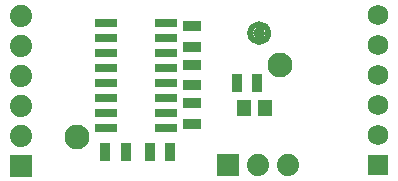
<source format=gts>
G04*
G04 #@! TF.GenerationSoftware,Altium Limited,Altium Designer,24.9.1 (31)*
G04*
G04 Layer_Color=8388736*
%FSLAX44Y44*%
%MOMM*%
G71*
G04*
G04 #@! TF.SameCoordinates,B5823E4F-61C2-4C15-8B31-12C9E9E13820*
G04*
G04*
G04 #@! TF.FilePolarity,Negative*
G04*
G01*
G75*
%ADD21C,0.5080*%
%ADD22R,1.2016X1.4016*%
%ADD23R,1.9812X0.7112*%
%ADD24R,1.6000X0.9500*%
%ADD25R,0.9500X1.6000*%
%ADD26R,1.7516X1.7516*%
%ADD27C,1.7516*%
%ADD28C,2.1016*%
%ADD29C,1.8796*%
%ADD30R,1.8796X1.8796*%
%ADD31R,1.8796X1.8796*%
D21*
X501540Y833000D02*
G03*
X501540Y833000I-2540J0D01*
G01*
X506620D02*
G03*
X506620Y833000I-7620J0D01*
G01*
D22*
X486410Y769620D02*
D03*
X504190D02*
D03*
D23*
X369600Y816550D02*
D03*
Y841950D02*
D03*
Y803850D02*
D03*
Y829250D02*
D03*
Y753050D02*
D03*
Y765750D02*
D03*
Y791150D02*
D03*
X420400Y829250D02*
D03*
X369600Y778450D02*
D03*
X420400Y841950D02*
D03*
Y753050D02*
D03*
Y816550D02*
D03*
Y765750D02*
D03*
Y791150D02*
D03*
Y778450D02*
D03*
Y803850D02*
D03*
D24*
X442500Y773750D02*
D03*
Y756250D02*
D03*
Y806250D02*
D03*
Y788750D02*
D03*
Y838750D02*
D03*
Y821250D02*
D03*
D25*
X386250Y732500D02*
D03*
X368750D02*
D03*
X406250D02*
D03*
X423750D02*
D03*
X479946Y790956D02*
D03*
X497446Y790956D02*
D03*
D26*
X600000Y721700D02*
D03*
D27*
Y747100D02*
D03*
Y772500D02*
D03*
Y797900D02*
D03*
Y823300D02*
D03*
Y848700D02*
D03*
D28*
X345000Y745000D02*
D03*
X516636Y806196D02*
D03*
D29*
X297000Y847850D02*
D03*
Y822450D02*
D03*
Y746250D02*
D03*
Y771650D02*
D03*
Y797050D02*
D03*
X523300Y721300D02*
D03*
X497900D02*
D03*
D30*
X297000Y720850D02*
D03*
D31*
X472500Y721300D02*
D03*
M02*

</source>
